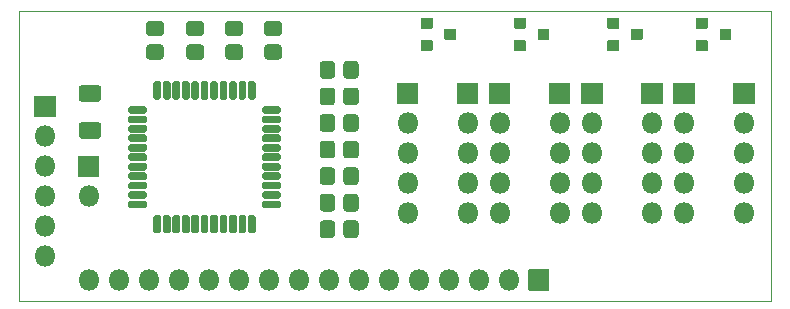
<source format=gbr>
G04 #@! TF.GenerationSoftware,KiCad,Pcbnew,5.1.10-88a1d61d58~88~ubuntu20.04.1*
G04 #@! TF.CreationDate,2021-05-20T13:34:08-04:00*
G04 #@! TF.ProjectId,hexdisplay16,68657864-6973-4706-9c61-7931362e6b69,rev?*
G04 #@! TF.SameCoordinates,Original*
G04 #@! TF.FileFunction,Soldermask,Top*
G04 #@! TF.FilePolarity,Negative*
%FSLAX46Y46*%
G04 Gerber Fmt 4.6, Leading zero omitted, Abs format (unit mm)*
G04 Created by KiCad (PCBNEW 5.1.10-88a1d61d58~88~ubuntu20.04.1) date 2021-05-20 13:34:08*
%MOMM*%
%LPD*%
G01*
G04 APERTURE LIST*
G04 #@! TA.AperFunction,Profile*
%ADD10C,0.050000*%
G04 #@! TD*
%ADD11O,1.801600X1.801600*%
G04 APERTURE END LIST*
D10*
X139700000Y-141800000D02*
X76000000Y-141800000D01*
X139700000Y-117200000D02*
X76200000Y-117200000D01*
X139700000Y-125500000D02*
X139700000Y-141800000D01*
X139700000Y-117300000D02*
X139700000Y-117200000D01*
X139700000Y-125500000D02*
X139700000Y-117300000D01*
X76000000Y-117200000D02*
X76200000Y-117200000D01*
X76000000Y-141800000D02*
X76000000Y-117200000D01*
D11*
G04 #@! TO.C,J12*
X137380000Y-134360000D03*
X137380000Y-131820000D03*
X137380000Y-129280000D03*
X137380000Y-126740000D03*
G36*
G01*
X136479200Y-125050000D02*
X136479200Y-123350000D01*
G75*
G02*
X136530000Y-123299200I50800J0D01*
G01*
X138230000Y-123299200D01*
G75*
G02*
X138280800Y-123350000I0J-50800D01*
G01*
X138280800Y-125050000D01*
G75*
G02*
X138230000Y-125100800I-50800J0D01*
G01*
X136530000Y-125100800D01*
G75*
G02*
X136479200Y-125050000I0J50800D01*
G01*
G37*
G04 #@! TD*
G04 #@! TO.C,J11*
X132300000Y-134360000D03*
X132300000Y-131820000D03*
X132300000Y-129280000D03*
X132300000Y-126740000D03*
G36*
G01*
X131399200Y-125050000D02*
X131399200Y-123350000D01*
G75*
G02*
X131450000Y-123299200I50800J0D01*
G01*
X133150000Y-123299200D01*
G75*
G02*
X133200800Y-123350000I0J-50800D01*
G01*
X133200800Y-125050000D01*
G75*
G02*
X133150000Y-125100800I-50800J0D01*
G01*
X131450000Y-125100800D01*
G75*
G02*
X131399200Y-125050000I0J50800D01*
G01*
G37*
G04 #@! TD*
G04 #@! TO.C,J22*
G36*
G01*
X128679200Y-125050000D02*
X128679200Y-123350000D01*
G75*
G02*
X128730000Y-123299200I50800J0D01*
G01*
X130430000Y-123299200D01*
G75*
G02*
X130480800Y-123350000I0J-50800D01*
G01*
X130480800Y-125050000D01*
G75*
G02*
X130430000Y-125100800I-50800J0D01*
G01*
X128730000Y-125100800D01*
G75*
G02*
X128679200Y-125050000I0J50800D01*
G01*
G37*
X129580000Y-126740000D03*
X129580000Y-129280000D03*
X129580000Y-131820000D03*
X129580000Y-134360000D03*
G04 #@! TD*
G04 #@! TO.C,J32*
X121780000Y-134360000D03*
X121780000Y-131820000D03*
X121780000Y-129280000D03*
X121780000Y-126740000D03*
G36*
G01*
X120879200Y-125050000D02*
X120879200Y-123350000D01*
G75*
G02*
X120930000Y-123299200I50800J0D01*
G01*
X122630000Y-123299200D01*
G75*
G02*
X122680800Y-123350000I0J-50800D01*
G01*
X122680800Y-125050000D01*
G75*
G02*
X122630000Y-125100800I-50800J0D01*
G01*
X120930000Y-125100800D01*
G75*
G02*
X120879200Y-125050000I0J50800D01*
G01*
G37*
G04 #@! TD*
G04 #@! TO.C,J41*
G36*
G01*
X107999200Y-125050000D02*
X107999200Y-123350000D01*
G75*
G02*
X108050000Y-123299200I50800J0D01*
G01*
X109750000Y-123299200D01*
G75*
G02*
X109800800Y-123350000I0J-50800D01*
G01*
X109800800Y-125050000D01*
G75*
G02*
X109750000Y-125100800I-50800J0D01*
G01*
X108050000Y-125100800D01*
G75*
G02*
X107999200Y-125050000I0J50800D01*
G01*
G37*
X108900000Y-126740000D03*
X108900000Y-129280000D03*
X108900000Y-131820000D03*
X108900000Y-134360000D03*
G04 #@! TD*
G04 #@! TO.C,J31*
X116700000Y-134360000D03*
X116700000Y-131820000D03*
X116700000Y-129280000D03*
X116700000Y-126740000D03*
G36*
G01*
X115799200Y-125050000D02*
X115799200Y-123350000D01*
G75*
G02*
X115850000Y-123299200I50800J0D01*
G01*
X117550000Y-123299200D01*
G75*
G02*
X117600800Y-123350000I0J-50800D01*
G01*
X117600800Y-125050000D01*
G75*
G02*
X117550000Y-125100800I-50800J0D01*
G01*
X115850000Y-125100800D01*
G75*
G02*
X115799200Y-125050000I0J50800D01*
G01*
G37*
G04 #@! TD*
G04 #@! TO.C,J42*
G36*
G01*
X113079200Y-125050000D02*
X113079200Y-123350000D01*
G75*
G02*
X113130000Y-123299200I50800J0D01*
G01*
X114830000Y-123299200D01*
G75*
G02*
X114880800Y-123350000I0J-50800D01*
G01*
X114880800Y-125050000D01*
G75*
G02*
X114830000Y-125100800I-50800J0D01*
G01*
X113130000Y-125100800D01*
G75*
G02*
X113079200Y-125050000I0J50800D01*
G01*
G37*
X113980000Y-126740000D03*
X113980000Y-129280000D03*
X113980000Y-131820000D03*
X113980000Y-134360000D03*
G04 #@! TD*
G04 #@! TO.C,J21*
G36*
G01*
X123599200Y-125050000D02*
X123599200Y-123350000D01*
G75*
G02*
X123650000Y-123299200I50800J0D01*
G01*
X125350000Y-123299200D01*
G75*
G02*
X125400800Y-123350000I0J-50800D01*
G01*
X125400800Y-125050000D01*
G75*
G02*
X125350000Y-125100800I-50800J0D01*
G01*
X123650000Y-125100800D01*
G75*
G02*
X123599200Y-125050000I0J50800D01*
G01*
G37*
X124500000Y-126740000D03*
X124500000Y-129280000D03*
X124500000Y-131820000D03*
X124500000Y-134360000D03*
G04 #@! TD*
G04 #@! TO.C,J6*
G36*
G01*
X119150000Y-139099200D02*
X120850000Y-139099200D01*
G75*
G02*
X120900800Y-139150000I0J-50800D01*
G01*
X120900800Y-140850000D01*
G75*
G02*
X120850000Y-140900800I-50800J0D01*
G01*
X119150000Y-140900800D01*
G75*
G02*
X119099200Y-140850000I0J50800D01*
G01*
X119099200Y-139150000D01*
G75*
G02*
X119150000Y-139099200I50800J0D01*
G01*
G37*
X117460000Y-140000000D03*
X114920000Y-140000000D03*
X112380000Y-140000000D03*
X109840000Y-140000000D03*
X107300000Y-140000000D03*
X104760000Y-140000000D03*
X102220000Y-140000000D03*
X99680000Y-140000000D03*
X97140000Y-140000000D03*
X94600000Y-140000000D03*
X92060000Y-140000000D03*
X89520000Y-140000000D03*
X86980000Y-140000000D03*
X84440000Y-140000000D03*
X81900000Y-140000000D03*
G04 #@! TD*
G04 #@! TO.C,C1*
G36*
G01*
X82681633Y-128038300D02*
X81318367Y-128038300D01*
G75*
G02*
X81049200Y-127769133I0J269167D01*
G01*
X81049200Y-126880867D01*
G75*
G02*
X81318367Y-126611700I269167J0D01*
G01*
X82681633Y-126611700D01*
G75*
G02*
X82950800Y-126880867I0J-269167D01*
G01*
X82950800Y-127769133D01*
G75*
G02*
X82681633Y-128038300I-269167J0D01*
G01*
G37*
G36*
G01*
X82681633Y-124913300D02*
X81318367Y-124913300D01*
G75*
G02*
X81049200Y-124644133I0J269167D01*
G01*
X81049200Y-123755867D01*
G75*
G02*
X81318367Y-123486700I269167J0D01*
G01*
X82681633Y-123486700D01*
G75*
G02*
X82950800Y-123755867I0J-269167D01*
G01*
X82950800Y-124644133D01*
G75*
G02*
X82681633Y-124913300I-269167J0D01*
G01*
G37*
G04 #@! TD*
G04 #@! TO.C,J5*
G36*
G01*
X80999200Y-131230000D02*
X80999200Y-129530000D01*
G75*
G02*
X81050000Y-129479200I50800J0D01*
G01*
X82750000Y-129479200D01*
G75*
G02*
X82800800Y-129530000I0J-50800D01*
G01*
X82800800Y-131230000D01*
G75*
G02*
X82750000Y-131280800I-50800J0D01*
G01*
X81050000Y-131280800D01*
G75*
G02*
X80999200Y-131230000I0J50800D01*
G01*
G37*
X81900000Y-132920000D03*
G04 #@! TD*
G04 #@! TO.C,J7*
G36*
G01*
X77299200Y-126150000D02*
X77299200Y-124450000D01*
G75*
G02*
X77350000Y-124399200I50800J0D01*
G01*
X79050000Y-124399200D01*
G75*
G02*
X79100800Y-124450000I0J-50800D01*
G01*
X79100800Y-126150000D01*
G75*
G02*
X79050000Y-126200800I-50800J0D01*
G01*
X77350000Y-126200800D01*
G75*
G02*
X77299200Y-126150000I0J50800D01*
G01*
G37*
X78200000Y-127840000D03*
X78200000Y-130380000D03*
X78200000Y-132920000D03*
X78200000Y-135460000D03*
X78200000Y-138000000D03*
G04 #@! TD*
G04 #@! TO.C,Q1*
G36*
G01*
X111999200Y-119600000D02*
X111999200Y-118800000D01*
G75*
G02*
X112050000Y-118749200I50800J0D01*
G01*
X112950000Y-118749200D01*
G75*
G02*
X113000800Y-118800000I0J-50800D01*
G01*
X113000800Y-119600000D01*
G75*
G02*
X112950000Y-119650800I-50800J0D01*
G01*
X112050000Y-119650800D01*
G75*
G02*
X111999200Y-119600000I0J50800D01*
G01*
G37*
G36*
G01*
X109999200Y-120550000D02*
X109999200Y-119750000D01*
G75*
G02*
X110050000Y-119699200I50800J0D01*
G01*
X110950000Y-119699200D01*
G75*
G02*
X111000800Y-119750000I0J-50800D01*
G01*
X111000800Y-120550000D01*
G75*
G02*
X110950000Y-120600800I-50800J0D01*
G01*
X110050000Y-120600800D01*
G75*
G02*
X109999200Y-120550000I0J50800D01*
G01*
G37*
G36*
G01*
X109999200Y-118650000D02*
X109999200Y-117850000D01*
G75*
G02*
X110050000Y-117799200I50800J0D01*
G01*
X110950000Y-117799200D01*
G75*
G02*
X111000800Y-117850000I0J-50800D01*
G01*
X111000800Y-118650000D01*
G75*
G02*
X110950000Y-118700800I-50800J0D01*
G01*
X110050000Y-118700800D01*
G75*
G02*
X109999200Y-118650000I0J50800D01*
G01*
G37*
G04 #@! TD*
G04 #@! TO.C,Q2*
G36*
G01*
X117899200Y-118650000D02*
X117899200Y-117850000D01*
G75*
G02*
X117950000Y-117799200I50800J0D01*
G01*
X118850000Y-117799200D01*
G75*
G02*
X118900800Y-117850000I0J-50800D01*
G01*
X118900800Y-118650000D01*
G75*
G02*
X118850000Y-118700800I-50800J0D01*
G01*
X117950000Y-118700800D01*
G75*
G02*
X117899200Y-118650000I0J50800D01*
G01*
G37*
G36*
G01*
X117899200Y-120550000D02*
X117899200Y-119750000D01*
G75*
G02*
X117950000Y-119699200I50800J0D01*
G01*
X118850000Y-119699200D01*
G75*
G02*
X118900800Y-119750000I0J-50800D01*
G01*
X118900800Y-120550000D01*
G75*
G02*
X118850000Y-120600800I-50800J0D01*
G01*
X117950000Y-120600800D01*
G75*
G02*
X117899200Y-120550000I0J50800D01*
G01*
G37*
G36*
G01*
X119899200Y-119600000D02*
X119899200Y-118800000D01*
G75*
G02*
X119950000Y-118749200I50800J0D01*
G01*
X120850000Y-118749200D01*
G75*
G02*
X120900800Y-118800000I0J-50800D01*
G01*
X120900800Y-119600000D01*
G75*
G02*
X120850000Y-119650800I-50800J0D01*
G01*
X119950000Y-119650800D01*
G75*
G02*
X119899200Y-119600000I0J50800D01*
G01*
G37*
G04 #@! TD*
G04 #@! TO.C,Q3*
G36*
G01*
X125799200Y-118650000D02*
X125799200Y-117850000D01*
G75*
G02*
X125850000Y-117799200I50800J0D01*
G01*
X126750000Y-117799200D01*
G75*
G02*
X126800800Y-117850000I0J-50800D01*
G01*
X126800800Y-118650000D01*
G75*
G02*
X126750000Y-118700800I-50800J0D01*
G01*
X125850000Y-118700800D01*
G75*
G02*
X125799200Y-118650000I0J50800D01*
G01*
G37*
G36*
G01*
X125799200Y-120550000D02*
X125799200Y-119750000D01*
G75*
G02*
X125850000Y-119699200I50800J0D01*
G01*
X126750000Y-119699200D01*
G75*
G02*
X126800800Y-119750000I0J-50800D01*
G01*
X126800800Y-120550000D01*
G75*
G02*
X126750000Y-120600800I-50800J0D01*
G01*
X125850000Y-120600800D01*
G75*
G02*
X125799200Y-120550000I0J50800D01*
G01*
G37*
G36*
G01*
X127799200Y-119600000D02*
X127799200Y-118800000D01*
G75*
G02*
X127850000Y-118749200I50800J0D01*
G01*
X128750000Y-118749200D01*
G75*
G02*
X128800800Y-118800000I0J-50800D01*
G01*
X128800800Y-119600000D01*
G75*
G02*
X128750000Y-119650800I-50800J0D01*
G01*
X127850000Y-119650800D01*
G75*
G02*
X127799200Y-119600000I0J50800D01*
G01*
G37*
G04 #@! TD*
G04 #@! TO.C,Q4*
G36*
G01*
X135299200Y-119600000D02*
X135299200Y-118800000D01*
G75*
G02*
X135350000Y-118749200I50800J0D01*
G01*
X136250000Y-118749200D01*
G75*
G02*
X136300800Y-118800000I0J-50800D01*
G01*
X136300800Y-119600000D01*
G75*
G02*
X136250000Y-119650800I-50800J0D01*
G01*
X135350000Y-119650800D01*
G75*
G02*
X135299200Y-119600000I0J50800D01*
G01*
G37*
G36*
G01*
X133299200Y-120550000D02*
X133299200Y-119750000D01*
G75*
G02*
X133350000Y-119699200I50800J0D01*
G01*
X134250000Y-119699200D01*
G75*
G02*
X134300800Y-119750000I0J-50800D01*
G01*
X134300800Y-120550000D01*
G75*
G02*
X134250000Y-120600800I-50800J0D01*
G01*
X133350000Y-120600800D01*
G75*
G02*
X133299200Y-120550000I0J50800D01*
G01*
G37*
G36*
G01*
X133299200Y-118650000D02*
X133299200Y-117850000D01*
G75*
G02*
X133350000Y-117799200I50800J0D01*
G01*
X134250000Y-117799200D01*
G75*
G02*
X134300800Y-117850000I0J-50800D01*
G01*
X134300800Y-118650000D01*
G75*
G02*
X134250000Y-118700800I-50800J0D01*
G01*
X133350000Y-118700800D01*
G75*
G02*
X133299200Y-118650000I0J50800D01*
G01*
G37*
G04 #@! TD*
G04 #@! TO.C,R1*
G36*
G01*
X101449200Y-122679635D02*
X101449200Y-121720365D01*
G75*
G02*
X101720365Y-121449200I271165J0D01*
G01*
X102479635Y-121449200D01*
G75*
G02*
X102750800Y-121720365I0J-271165D01*
G01*
X102750800Y-122679635D01*
G75*
G02*
X102479635Y-122950800I-271165J0D01*
G01*
X101720365Y-122950800D01*
G75*
G02*
X101449200Y-122679635I0J271165D01*
G01*
G37*
G36*
G01*
X103449200Y-122679635D02*
X103449200Y-121720365D01*
G75*
G02*
X103720365Y-121449200I271165J0D01*
G01*
X104479635Y-121449200D01*
G75*
G02*
X104750800Y-121720365I0J-271165D01*
G01*
X104750800Y-122679635D01*
G75*
G02*
X104479635Y-122950800I-271165J0D01*
G01*
X103720365Y-122950800D01*
G75*
G02*
X103449200Y-122679635I0J271165D01*
G01*
G37*
G04 #@! TD*
G04 #@! TO.C,R2*
G36*
G01*
X103449200Y-124929635D02*
X103449200Y-123970365D01*
G75*
G02*
X103720365Y-123699200I271165J0D01*
G01*
X104479635Y-123699200D01*
G75*
G02*
X104750800Y-123970365I0J-271165D01*
G01*
X104750800Y-124929635D01*
G75*
G02*
X104479635Y-125200800I-271165J0D01*
G01*
X103720365Y-125200800D01*
G75*
G02*
X103449200Y-124929635I0J271165D01*
G01*
G37*
G36*
G01*
X101449200Y-124929635D02*
X101449200Y-123970365D01*
G75*
G02*
X101720365Y-123699200I271165J0D01*
G01*
X102479635Y-123699200D01*
G75*
G02*
X102750800Y-123970365I0J-271165D01*
G01*
X102750800Y-124929635D01*
G75*
G02*
X102479635Y-125200800I-271165J0D01*
G01*
X101720365Y-125200800D01*
G75*
G02*
X101449200Y-124929635I0J271165D01*
G01*
G37*
G04 #@! TD*
G04 #@! TO.C,R3*
G36*
G01*
X101449200Y-127179635D02*
X101449200Y-126220365D01*
G75*
G02*
X101720365Y-125949200I271165J0D01*
G01*
X102479635Y-125949200D01*
G75*
G02*
X102750800Y-126220365I0J-271165D01*
G01*
X102750800Y-127179635D01*
G75*
G02*
X102479635Y-127450800I-271165J0D01*
G01*
X101720365Y-127450800D01*
G75*
G02*
X101449200Y-127179635I0J271165D01*
G01*
G37*
G36*
G01*
X103449200Y-127179635D02*
X103449200Y-126220365D01*
G75*
G02*
X103720365Y-125949200I271165J0D01*
G01*
X104479635Y-125949200D01*
G75*
G02*
X104750800Y-126220365I0J-271165D01*
G01*
X104750800Y-127179635D01*
G75*
G02*
X104479635Y-127450800I-271165J0D01*
G01*
X103720365Y-127450800D01*
G75*
G02*
X103449200Y-127179635I0J271165D01*
G01*
G37*
G04 #@! TD*
G04 #@! TO.C,R4*
G36*
G01*
X103449200Y-129429635D02*
X103449200Y-128470365D01*
G75*
G02*
X103720365Y-128199200I271165J0D01*
G01*
X104479635Y-128199200D01*
G75*
G02*
X104750800Y-128470365I0J-271165D01*
G01*
X104750800Y-129429635D01*
G75*
G02*
X104479635Y-129700800I-271165J0D01*
G01*
X103720365Y-129700800D01*
G75*
G02*
X103449200Y-129429635I0J271165D01*
G01*
G37*
G36*
G01*
X101449200Y-129429635D02*
X101449200Y-128470365D01*
G75*
G02*
X101720365Y-128199200I271165J0D01*
G01*
X102479635Y-128199200D01*
G75*
G02*
X102750800Y-128470365I0J-271165D01*
G01*
X102750800Y-129429635D01*
G75*
G02*
X102479635Y-129700800I-271165J0D01*
G01*
X101720365Y-129700800D01*
G75*
G02*
X101449200Y-129429635I0J271165D01*
G01*
G37*
G04 #@! TD*
G04 #@! TO.C,R5*
G36*
G01*
X101449200Y-131679635D02*
X101449200Y-130720365D01*
G75*
G02*
X101720365Y-130449200I271165J0D01*
G01*
X102479635Y-130449200D01*
G75*
G02*
X102750800Y-130720365I0J-271165D01*
G01*
X102750800Y-131679635D01*
G75*
G02*
X102479635Y-131950800I-271165J0D01*
G01*
X101720365Y-131950800D01*
G75*
G02*
X101449200Y-131679635I0J271165D01*
G01*
G37*
G36*
G01*
X103449200Y-131679635D02*
X103449200Y-130720365D01*
G75*
G02*
X103720365Y-130449200I271165J0D01*
G01*
X104479635Y-130449200D01*
G75*
G02*
X104750800Y-130720365I0J-271165D01*
G01*
X104750800Y-131679635D01*
G75*
G02*
X104479635Y-131950800I-271165J0D01*
G01*
X103720365Y-131950800D01*
G75*
G02*
X103449200Y-131679635I0J271165D01*
G01*
G37*
G04 #@! TD*
G04 #@! TO.C,R6*
G36*
G01*
X103449200Y-133929635D02*
X103449200Y-132970365D01*
G75*
G02*
X103720365Y-132699200I271165J0D01*
G01*
X104479635Y-132699200D01*
G75*
G02*
X104750800Y-132970365I0J-271165D01*
G01*
X104750800Y-133929635D01*
G75*
G02*
X104479635Y-134200800I-271165J0D01*
G01*
X103720365Y-134200800D01*
G75*
G02*
X103449200Y-133929635I0J271165D01*
G01*
G37*
G36*
G01*
X101449200Y-133929635D02*
X101449200Y-132970365D01*
G75*
G02*
X101720365Y-132699200I271165J0D01*
G01*
X102479635Y-132699200D01*
G75*
G02*
X102750800Y-132970365I0J-271165D01*
G01*
X102750800Y-133929635D01*
G75*
G02*
X102479635Y-134200800I-271165J0D01*
G01*
X101720365Y-134200800D01*
G75*
G02*
X101449200Y-133929635I0J271165D01*
G01*
G37*
G04 #@! TD*
G04 #@! TO.C,R7*
G36*
G01*
X101449200Y-136179635D02*
X101449200Y-135220365D01*
G75*
G02*
X101720365Y-134949200I271165J0D01*
G01*
X102479635Y-134949200D01*
G75*
G02*
X102750800Y-135220365I0J-271165D01*
G01*
X102750800Y-136179635D01*
G75*
G02*
X102479635Y-136450800I-271165J0D01*
G01*
X101720365Y-136450800D01*
G75*
G02*
X101449200Y-136179635I0J271165D01*
G01*
G37*
G36*
G01*
X103449200Y-136179635D02*
X103449200Y-135220365D01*
G75*
G02*
X103720365Y-134949200I271165J0D01*
G01*
X104479635Y-134949200D01*
G75*
G02*
X104750800Y-135220365I0J-271165D01*
G01*
X104750800Y-136179635D01*
G75*
G02*
X104479635Y-136450800I-271165J0D01*
G01*
X103720365Y-136450800D01*
G75*
G02*
X103449200Y-136179635I0J271165D01*
G01*
G37*
G04 #@! TD*
G04 #@! TO.C,R8*
G36*
G01*
X97020365Y-118049200D02*
X97979635Y-118049200D01*
G75*
G02*
X98250800Y-118320365I0J-271165D01*
G01*
X98250800Y-119079635D01*
G75*
G02*
X97979635Y-119350800I-271165J0D01*
G01*
X97020365Y-119350800D01*
G75*
G02*
X96749200Y-119079635I0J271165D01*
G01*
X96749200Y-118320365D01*
G75*
G02*
X97020365Y-118049200I271165J0D01*
G01*
G37*
G36*
G01*
X97020365Y-120049200D02*
X97979635Y-120049200D01*
G75*
G02*
X98250800Y-120320365I0J-271165D01*
G01*
X98250800Y-121079635D01*
G75*
G02*
X97979635Y-121350800I-271165J0D01*
G01*
X97020365Y-121350800D01*
G75*
G02*
X96749200Y-121079635I0J271165D01*
G01*
X96749200Y-120320365D01*
G75*
G02*
X97020365Y-120049200I271165J0D01*
G01*
G37*
G04 #@! TD*
G04 #@! TO.C,R9*
G36*
G01*
X93720365Y-120049200D02*
X94679635Y-120049200D01*
G75*
G02*
X94950800Y-120320365I0J-271165D01*
G01*
X94950800Y-121079635D01*
G75*
G02*
X94679635Y-121350800I-271165J0D01*
G01*
X93720365Y-121350800D01*
G75*
G02*
X93449200Y-121079635I0J271165D01*
G01*
X93449200Y-120320365D01*
G75*
G02*
X93720365Y-120049200I271165J0D01*
G01*
G37*
G36*
G01*
X93720365Y-118049200D02*
X94679635Y-118049200D01*
G75*
G02*
X94950800Y-118320365I0J-271165D01*
G01*
X94950800Y-119079635D01*
G75*
G02*
X94679635Y-119350800I-271165J0D01*
G01*
X93720365Y-119350800D01*
G75*
G02*
X93449200Y-119079635I0J271165D01*
G01*
X93449200Y-118320365D01*
G75*
G02*
X93720365Y-118049200I271165J0D01*
G01*
G37*
G04 #@! TD*
G04 #@! TO.C,R10*
G36*
G01*
X90420365Y-118049200D02*
X91379635Y-118049200D01*
G75*
G02*
X91650800Y-118320365I0J-271165D01*
G01*
X91650800Y-119079635D01*
G75*
G02*
X91379635Y-119350800I-271165J0D01*
G01*
X90420365Y-119350800D01*
G75*
G02*
X90149200Y-119079635I0J271165D01*
G01*
X90149200Y-118320365D01*
G75*
G02*
X90420365Y-118049200I271165J0D01*
G01*
G37*
G36*
G01*
X90420365Y-120049200D02*
X91379635Y-120049200D01*
G75*
G02*
X91650800Y-120320365I0J-271165D01*
G01*
X91650800Y-121079635D01*
G75*
G02*
X91379635Y-121350800I-271165J0D01*
G01*
X90420365Y-121350800D01*
G75*
G02*
X90149200Y-121079635I0J271165D01*
G01*
X90149200Y-120320365D01*
G75*
G02*
X90420365Y-120049200I271165J0D01*
G01*
G37*
G04 #@! TD*
G04 #@! TO.C,R11*
G36*
G01*
X87020365Y-120049200D02*
X87979635Y-120049200D01*
G75*
G02*
X88250800Y-120320365I0J-271165D01*
G01*
X88250800Y-121079635D01*
G75*
G02*
X87979635Y-121350800I-271165J0D01*
G01*
X87020365Y-121350800D01*
G75*
G02*
X86749200Y-121079635I0J271165D01*
G01*
X86749200Y-120320365D01*
G75*
G02*
X87020365Y-120049200I271165J0D01*
G01*
G37*
G36*
G01*
X87020365Y-118049200D02*
X87979635Y-118049200D01*
G75*
G02*
X88250800Y-118320365I0J-271165D01*
G01*
X88250800Y-119079635D01*
G75*
G02*
X87979635Y-119350800I-271165J0D01*
G01*
X87020365Y-119350800D01*
G75*
G02*
X86749200Y-119079635I0J271165D01*
G01*
X86749200Y-118320365D01*
G75*
G02*
X87020365Y-118049200I271165J0D01*
G01*
G37*
G04 #@! TD*
G04 #@! TO.C,U1*
G36*
G01*
X85249200Y-125762900D02*
X85249200Y-125437100D01*
G75*
G02*
X85412100Y-125274200I162900J0D01*
G01*
X86662900Y-125274200D01*
G75*
G02*
X86825800Y-125437100I0J-162900D01*
G01*
X86825800Y-125762900D01*
G75*
G02*
X86662900Y-125925800I-162900J0D01*
G01*
X85412100Y-125925800D01*
G75*
G02*
X85249200Y-125762900I0J162900D01*
G01*
G37*
G36*
G01*
X85249200Y-126562900D02*
X85249200Y-126237100D01*
G75*
G02*
X85412100Y-126074200I162900J0D01*
G01*
X86662900Y-126074200D01*
G75*
G02*
X86825800Y-126237100I0J-162900D01*
G01*
X86825800Y-126562900D01*
G75*
G02*
X86662900Y-126725800I-162900J0D01*
G01*
X85412100Y-126725800D01*
G75*
G02*
X85249200Y-126562900I0J162900D01*
G01*
G37*
G36*
G01*
X85249200Y-127362900D02*
X85249200Y-127037100D01*
G75*
G02*
X85412100Y-126874200I162900J0D01*
G01*
X86662900Y-126874200D01*
G75*
G02*
X86825800Y-127037100I0J-162900D01*
G01*
X86825800Y-127362900D01*
G75*
G02*
X86662900Y-127525800I-162900J0D01*
G01*
X85412100Y-127525800D01*
G75*
G02*
X85249200Y-127362900I0J162900D01*
G01*
G37*
G36*
G01*
X85249200Y-128162900D02*
X85249200Y-127837100D01*
G75*
G02*
X85412100Y-127674200I162900J0D01*
G01*
X86662900Y-127674200D01*
G75*
G02*
X86825800Y-127837100I0J-162900D01*
G01*
X86825800Y-128162900D01*
G75*
G02*
X86662900Y-128325800I-162900J0D01*
G01*
X85412100Y-128325800D01*
G75*
G02*
X85249200Y-128162900I0J162900D01*
G01*
G37*
G36*
G01*
X85249200Y-128962900D02*
X85249200Y-128637100D01*
G75*
G02*
X85412100Y-128474200I162900J0D01*
G01*
X86662900Y-128474200D01*
G75*
G02*
X86825800Y-128637100I0J-162900D01*
G01*
X86825800Y-128962900D01*
G75*
G02*
X86662900Y-129125800I-162900J0D01*
G01*
X85412100Y-129125800D01*
G75*
G02*
X85249200Y-128962900I0J162900D01*
G01*
G37*
G36*
G01*
X85249200Y-129762900D02*
X85249200Y-129437100D01*
G75*
G02*
X85412100Y-129274200I162900J0D01*
G01*
X86662900Y-129274200D01*
G75*
G02*
X86825800Y-129437100I0J-162900D01*
G01*
X86825800Y-129762900D01*
G75*
G02*
X86662900Y-129925800I-162900J0D01*
G01*
X85412100Y-129925800D01*
G75*
G02*
X85249200Y-129762900I0J162900D01*
G01*
G37*
G36*
G01*
X85249200Y-130562900D02*
X85249200Y-130237100D01*
G75*
G02*
X85412100Y-130074200I162900J0D01*
G01*
X86662900Y-130074200D01*
G75*
G02*
X86825800Y-130237100I0J-162900D01*
G01*
X86825800Y-130562900D01*
G75*
G02*
X86662900Y-130725800I-162900J0D01*
G01*
X85412100Y-130725800D01*
G75*
G02*
X85249200Y-130562900I0J162900D01*
G01*
G37*
G36*
G01*
X85249200Y-131362900D02*
X85249200Y-131037100D01*
G75*
G02*
X85412100Y-130874200I162900J0D01*
G01*
X86662900Y-130874200D01*
G75*
G02*
X86825800Y-131037100I0J-162900D01*
G01*
X86825800Y-131362900D01*
G75*
G02*
X86662900Y-131525800I-162900J0D01*
G01*
X85412100Y-131525800D01*
G75*
G02*
X85249200Y-131362900I0J162900D01*
G01*
G37*
G36*
G01*
X85249200Y-132162900D02*
X85249200Y-131837100D01*
G75*
G02*
X85412100Y-131674200I162900J0D01*
G01*
X86662900Y-131674200D01*
G75*
G02*
X86825800Y-131837100I0J-162900D01*
G01*
X86825800Y-132162900D01*
G75*
G02*
X86662900Y-132325800I-162900J0D01*
G01*
X85412100Y-132325800D01*
G75*
G02*
X85249200Y-132162900I0J162900D01*
G01*
G37*
G36*
G01*
X85249200Y-132962900D02*
X85249200Y-132637100D01*
G75*
G02*
X85412100Y-132474200I162900J0D01*
G01*
X86662900Y-132474200D01*
G75*
G02*
X86825800Y-132637100I0J-162900D01*
G01*
X86825800Y-132962900D01*
G75*
G02*
X86662900Y-133125800I-162900J0D01*
G01*
X85412100Y-133125800D01*
G75*
G02*
X85249200Y-132962900I0J162900D01*
G01*
G37*
G36*
G01*
X85249200Y-133762900D02*
X85249200Y-133437100D01*
G75*
G02*
X85412100Y-133274200I162900J0D01*
G01*
X86662900Y-133274200D01*
G75*
G02*
X86825800Y-133437100I0J-162900D01*
G01*
X86825800Y-133762900D01*
G75*
G02*
X86662900Y-133925800I-162900J0D01*
G01*
X85412100Y-133925800D01*
G75*
G02*
X85249200Y-133762900I0J162900D01*
G01*
G37*
G36*
G01*
X87374200Y-135887900D02*
X87374200Y-134637100D01*
G75*
G02*
X87537100Y-134474200I162900J0D01*
G01*
X87862900Y-134474200D01*
G75*
G02*
X88025800Y-134637100I0J-162900D01*
G01*
X88025800Y-135887900D01*
G75*
G02*
X87862900Y-136050800I-162900J0D01*
G01*
X87537100Y-136050800D01*
G75*
G02*
X87374200Y-135887900I0J162900D01*
G01*
G37*
G36*
G01*
X88174200Y-135887900D02*
X88174200Y-134637100D01*
G75*
G02*
X88337100Y-134474200I162900J0D01*
G01*
X88662900Y-134474200D01*
G75*
G02*
X88825800Y-134637100I0J-162900D01*
G01*
X88825800Y-135887900D01*
G75*
G02*
X88662900Y-136050800I-162900J0D01*
G01*
X88337100Y-136050800D01*
G75*
G02*
X88174200Y-135887900I0J162900D01*
G01*
G37*
G36*
G01*
X88974200Y-135887900D02*
X88974200Y-134637100D01*
G75*
G02*
X89137100Y-134474200I162900J0D01*
G01*
X89462900Y-134474200D01*
G75*
G02*
X89625800Y-134637100I0J-162900D01*
G01*
X89625800Y-135887900D01*
G75*
G02*
X89462900Y-136050800I-162900J0D01*
G01*
X89137100Y-136050800D01*
G75*
G02*
X88974200Y-135887900I0J162900D01*
G01*
G37*
G36*
G01*
X89774200Y-135887900D02*
X89774200Y-134637100D01*
G75*
G02*
X89937100Y-134474200I162900J0D01*
G01*
X90262900Y-134474200D01*
G75*
G02*
X90425800Y-134637100I0J-162900D01*
G01*
X90425800Y-135887900D01*
G75*
G02*
X90262900Y-136050800I-162900J0D01*
G01*
X89937100Y-136050800D01*
G75*
G02*
X89774200Y-135887900I0J162900D01*
G01*
G37*
G36*
G01*
X90574200Y-135887900D02*
X90574200Y-134637100D01*
G75*
G02*
X90737100Y-134474200I162900J0D01*
G01*
X91062900Y-134474200D01*
G75*
G02*
X91225800Y-134637100I0J-162900D01*
G01*
X91225800Y-135887900D01*
G75*
G02*
X91062900Y-136050800I-162900J0D01*
G01*
X90737100Y-136050800D01*
G75*
G02*
X90574200Y-135887900I0J162900D01*
G01*
G37*
G36*
G01*
X91374200Y-135887900D02*
X91374200Y-134637100D01*
G75*
G02*
X91537100Y-134474200I162900J0D01*
G01*
X91862900Y-134474200D01*
G75*
G02*
X92025800Y-134637100I0J-162900D01*
G01*
X92025800Y-135887900D01*
G75*
G02*
X91862900Y-136050800I-162900J0D01*
G01*
X91537100Y-136050800D01*
G75*
G02*
X91374200Y-135887900I0J162900D01*
G01*
G37*
G36*
G01*
X92174200Y-135887900D02*
X92174200Y-134637100D01*
G75*
G02*
X92337100Y-134474200I162900J0D01*
G01*
X92662900Y-134474200D01*
G75*
G02*
X92825800Y-134637100I0J-162900D01*
G01*
X92825800Y-135887900D01*
G75*
G02*
X92662900Y-136050800I-162900J0D01*
G01*
X92337100Y-136050800D01*
G75*
G02*
X92174200Y-135887900I0J162900D01*
G01*
G37*
G36*
G01*
X92974200Y-135887900D02*
X92974200Y-134637100D01*
G75*
G02*
X93137100Y-134474200I162900J0D01*
G01*
X93462900Y-134474200D01*
G75*
G02*
X93625800Y-134637100I0J-162900D01*
G01*
X93625800Y-135887900D01*
G75*
G02*
X93462900Y-136050800I-162900J0D01*
G01*
X93137100Y-136050800D01*
G75*
G02*
X92974200Y-135887900I0J162900D01*
G01*
G37*
G36*
G01*
X93774200Y-135887900D02*
X93774200Y-134637100D01*
G75*
G02*
X93937100Y-134474200I162900J0D01*
G01*
X94262900Y-134474200D01*
G75*
G02*
X94425800Y-134637100I0J-162900D01*
G01*
X94425800Y-135887900D01*
G75*
G02*
X94262900Y-136050800I-162900J0D01*
G01*
X93937100Y-136050800D01*
G75*
G02*
X93774200Y-135887900I0J162900D01*
G01*
G37*
G36*
G01*
X94574200Y-135887900D02*
X94574200Y-134637100D01*
G75*
G02*
X94737100Y-134474200I162900J0D01*
G01*
X95062900Y-134474200D01*
G75*
G02*
X95225800Y-134637100I0J-162900D01*
G01*
X95225800Y-135887900D01*
G75*
G02*
X95062900Y-136050800I-162900J0D01*
G01*
X94737100Y-136050800D01*
G75*
G02*
X94574200Y-135887900I0J162900D01*
G01*
G37*
G36*
G01*
X95374200Y-135887900D02*
X95374200Y-134637100D01*
G75*
G02*
X95537100Y-134474200I162900J0D01*
G01*
X95862900Y-134474200D01*
G75*
G02*
X96025800Y-134637100I0J-162900D01*
G01*
X96025800Y-135887900D01*
G75*
G02*
X95862900Y-136050800I-162900J0D01*
G01*
X95537100Y-136050800D01*
G75*
G02*
X95374200Y-135887900I0J162900D01*
G01*
G37*
G36*
G01*
X96574200Y-133762900D02*
X96574200Y-133437100D01*
G75*
G02*
X96737100Y-133274200I162900J0D01*
G01*
X97987900Y-133274200D01*
G75*
G02*
X98150800Y-133437100I0J-162900D01*
G01*
X98150800Y-133762900D01*
G75*
G02*
X97987900Y-133925800I-162900J0D01*
G01*
X96737100Y-133925800D01*
G75*
G02*
X96574200Y-133762900I0J162900D01*
G01*
G37*
G36*
G01*
X96574200Y-132962900D02*
X96574200Y-132637100D01*
G75*
G02*
X96737100Y-132474200I162900J0D01*
G01*
X97987900Y-132474200D01*
G75*
G02*
X98150800Y-132637100I0J-162900D01*
G01*
X98150800Y-132962900D01*
G75*
G02*
X97987900Y-133125800I-162900J0D01*
G01*
X96737100Y-133125800D01*
G75*
G02*
X96574200Y-132962900I0J162900D01*
G01*
G37*
G36*
G01*
X96574200Y-132162900D02*
X96574200Y-131837100D01*
G75*
G02*
X96737100Y-131674200I162900J0D01*
G01*
X97987900Y-131674200D01*
G75*
G02*
X98150800Y-131837100I0J-162900D01*
G01*
X98150800Y-132162900D01*
G75*
G02*
X97987900Y-132325800I-162900J0D01*
G01*
X96737100Y-132325800D01*
G75*
G02*
X96574200Y-132162900I0J162900D01*
G01*
G37*
G36*
G01*
X96574200Y-131362900D02*
X96574200Y-131037100D01*
G75*
G02*
X96737100Y-130874200I162900J0D01*
G01*
X97987900Y-130874200D01*
G75*
G02*
X98150800Y-131037100I0J-162900D01*
G01*
X98150800Y-131362900D01*
G75*
G02*
X97987900Y-131525800I-162900J0D01*
G01*
X96737100Y-131525800D01*
G75*
G02*
X96574200Y-131362900I0J162900D01*
G01*
G37*
G36*
G01*
X96574200Y-130562900D02*
X96574200Y-130237100D01*
G75*
G02*
X96737100Y-130074200I162900J0D01*
G01*
X97987900Y-130074200D01*
G75*
G02*
X98150800Y-130237100I0J-162900D01*
G01*
X98150800Y-130562900D01*
G75*
G02*
X97987900Y-130725800I-162900J0D01*
G01*
X96737100Y-130725800D01*
G75*
G02*
X96574200Y-130562900I0J162900D01*
G01*
G37*
G36*
G01*
X96574200Y-129762900D02*
X96574200Y-129437100D01*
G75*
G02*
X96737100Y-129274200I162900J0D01*
G01*
X97987900Y-129274200D01*
G75*
G02*
X98150800Y-129437100I0J-162900D01*
G01*
X98150800Y-129762900D01*
G75*
G02*
X97987900Y-129925800I-162900J0D01*
G01*
X96737100Y-129925800D01*
G75*
G02*
X96574200Y-129762900I0J162900D01*
G01*
G37*
G36*
G01*
X96574200Y-128962900D02*
X96574200Y-128637100D01*
G75*
G02*
X96737100Y-128474200I162900J0D01*
G01*
X97987900Y-128474200D01*
G75*
G02*
X98150800Y-128637100I0J-162900D01*
G01*
X98150800Y-128962900D01*
G75*
G02*
X97987900Y-129125800I-162900J0D01*
G01*
X96737100Y-129125800D01*
G75*
G02*
X96574200Y-128962900I0J162900D01*
G01*
G37*
G36*
G01*
X96574200Y-128162900D02*
X96574200Y-127837100D01*
G75*
G02*
X96737100Y-127674200I162900J0D01*
G01*
X97987900Y-127674200D01*
G75*
G02*
X98150800Y-127837100I0J-162900D01*
G01*
X98150800Y-128162900D01*
G75*
G02*
X97987900Y-128325800I-162900J0D01*
G01*
X96737100Y-128325800D01*
G75*
G02*
X96574200Y-128162900I0J162900D01*
G01*
G37*
G36*
G01*
X96574200Y-127362900D02*
X96574200Y-127037100D01*
G75*
G02*
X96737100Y-126874200I162900J0D01*
G01*
X97987900Y-126874200D01*
G75*
G02*
X98150800Y-127037100I0J-162900D01*
G01*
X98150800Y-127362900D01*
G75*
G02*
X97987900Y-127525800I-162900J0D01*
G01*
X96737100Y-127525800D01*
G75*
G02*
X96574200Y-127362900I0J162900D01*
G01*
G37*
G36*
G01*
X96574200Y-126562900D02*
X96574200Y-126237100D01*
G75*
G02*
X96737100Y-126074200I162900J0D01*
G01*
X97987900Y-126074200D01*
G75*
G02*
X98150800Y-126237100I0J-162900D01*
G01*
X98150800Y-126562900D01*
G75*
G02*
X97987900Y-126725800I-162900J0D01*
G01*
X96737100Y-126725800D01*
G75*
G02*
X96574200Y-126562900I0J162900D01*
G01*
G37*
G36*
G01*
X96574200Y-125762900D02*
X96574200Y-125437100D01*
G75*
G02*
X96737100Y-125274200I162900J0D01*
G01*
X97987900Y-125274200D01*
G75*
G02*
X98150800Y-125437100I0J-162900D01*
G01*
X98150800Y-125762900D01*
G75*
G02*
X97987900Y-125925800I-162900J0D01*
G01*
X96737100Y-125925800D01*
G75*
G02*
X96574200Y-125762900I0J162900D01*
G01*
G37*
G36*
G01*
X95374200Y-124562900D02*
X95374200Y-123312100D01*
G75*
G02*
X95537100Y-123149200I162900J0D01*
G01*
X95862900Y-123149200D01*
G75*
G02*
X96025800Y-123312100I0J-162900D01*
G01*
X96025800Y-124562900D01*
G75*
G02*
X95862900Y-124725800I-162900J0D01*
G01*
X95537100Y-124725800D01*
G75*
G02*
X95374200Y-124562900I0J162900D01*
G01*
G37*
G36*
G01*
X94574200Y-124562900D02*
X94574200Y-123312100D01*
G75*
G02*
X94737100Y-123149200I162900J0D01*
G01*
X95062900Y-123149200D01*
G75*
G02*
X95225800Y-123312100I0J-162900D01*
G01*
X95225800Y-124562900D01*
G75*
G02*
X95062900Y-124725800I-162900J0D01*
G01*
X94737100Y-124725800D01*
G75*
G02*
X94574200Y-124562900I0J162900D01*
G01*
G37*
G36*
G01*
X93774200Y-124562900D02*
X93774200Y-123312100D01*
G75*
G02*
X93937100Y-123149200I162900J0D01*
G01*
X94262900Y-123149200D01*
G75*
G02*
X94425800Y-123312100I0J-162900D01*
G01*
X94425800Y-124562900D01*
G75*
G02*
X94262900Y-124725800I-162900J0D01*
G01*
X93937100Y-124725800D01*
G75*
G02*
X93774200Y-124562900I0J162900D01*
G01*
G37*
G36*
G01*
X92974200Y-124562900D02*
X92974200Y-123312100D01*
G75*
G02*
X93137100Y-123149200I162900J0D01*
G01*
X93462900Y-123149200D01*
G75*
G02*
X93625800Y-123312100I0J-162900D01*
G01*
X93625800Y-124562900D01*
G75*
G02*
X93462900Y-124725800I-162900J0D01*
G01*
X93137100Y-124725800D01*
G75*
G02*
X92974200Y-124562900I0J162900D01*
G01*
G37*
G36*
G01*
X92174200Y-124562900D02*
X92174200Y-123312100D01*
G75*
G02*
X92337100Y-123149200I162900J0D01*
G01*
X92662900Y-123149200D01*
G75*
G02*
X92825800Y-123312100I0J-162900D01*
G01*
X92825800Y-124562900D01*
G75*
G02*
X92662900Y-124725800I-162900J0D01*
G01*
X92337100Y-124725800D01*
G75*
G02*
X92174200Y-124562900I0J162900D01*
G01*
G37*
G36*
G01*
X91374200Y-124562900D02*
X91374200Y-123312100D01*
G75*
G02*
X91537100Y-123149200I162900J0D01*
G01*
X91862900Y-123149200D01*
G75*
G02*
X92025800Y-123312100I0J-162900D01*
G01*
X92025800Y-124562900D01*
G75*
G02*
X91862900Y-124725800I-162900J0D01*
G01*
X91537100Y-124725800D01*
G75*
G02*
X91374200Y-124562900I0J162900D01*
G01*
G37*
G36*
G01*
X90574200Y-124562900D02*
X90574200Y-123312100D01*
G75*
G02*
X90737100Y-123149200I162900J0D01*
G01*
X91062900Y-123149200D01*
G75*
G02*
X91225800Y-123312100I0J-162900D01*
G01*
X91225800Y-124562900D01*
G75*
G02*
X91062900Y-124725800I-162900J0D01*
G01*
X90737100Y-124725800D01*
G75*
G02*
X90574200Y-124562900I0J162900D01*
G01*
G37*
G36*
G01*
X89774200Y-124562900D02*
X89774200Y-123312100D01*
G75*
G02*
X89937100Y-123149200I162900J0D01*
G01*
X90262900Y-123149200D01*
G75*
G02*
X90425800Y-123312100I0J-162900D01*
G01*
X90425800Y-124562900D01*
G75*
G02*
X90262900Y-124725800I-162900J0D01*
G01*
X89937100Y-124725800D01*
G75*
G02*
X89774200Y-124562900I0J162900D01*
G01*
G37*
G36*
G01*
X88974200Y-124562900D02*
X88974200Y-123312100D01*
G75*
G02*
X89137100Y-123149200I162900J0D01*
G01*
X89462900Y-123149200D01*
G75*
G02*
X89625800Y-123312100I0J-162900D01*
G01*
X89625800Y-124562900D01*
G75*
G02*
X89462900Y-124725800I-162900J0D01*
G01*
X89137100Y-124725800D01*
G75*
G02*
X88974200Y-124562900I0J162900D01*
G01*
G37*
G36*
G01*
X88174200Y-124562900D02*
X88174200Y-123312100D01*
G75*
G02*
X88337100Y-123149200I162900J0D01*
G01*
X88662900Y-123149200D01*
G75*
G02*
X88825800Y-123312100I0J-162900D01*
G01*
X88825800Y-124562900D01*
G75*
G02*
X88662900Y-124725800I-162900J0D01*
G01*
X88337100Y-124725800D01*
G75*
G02*
X88174200Y-124562900I0J162900D01*
G01*
G37*
G36*
G01*
X87374200Y-124562900D02*
X87374200Y-123312100D01*
G75*
G02*
X87537100Y-123149200I162900J0D01*
G01*
X87862900Y-123149200D01*
G75*
G02*
X88025800Y-123312100I0J-162900D01*
G01*
X88025800Y-124562900D01*
G75*
G02*
X87862900Y-124725800I-162900J0D01*
G01*
X87537100Y-124725800D01*
G75*
G02*
X87374200Y-124562900I0J162900D01*
G01*
G37*
G04 #@! TD*
M02*

</source>
